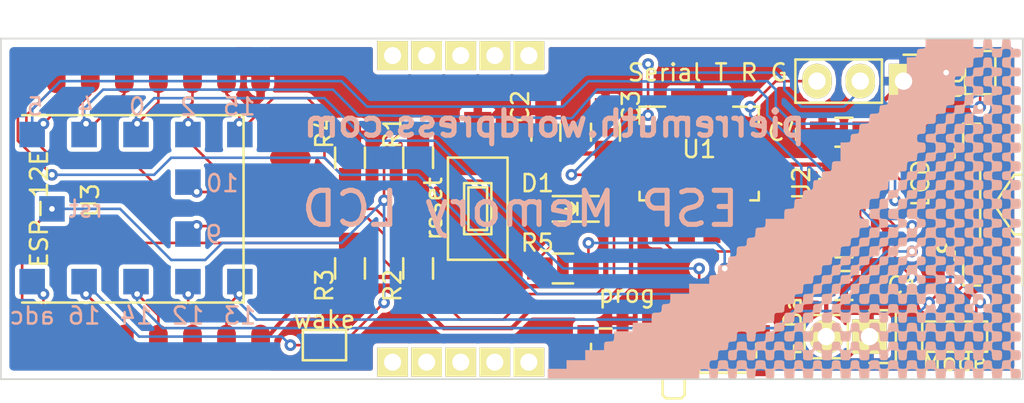
<source format=kicad_pcb>
(kicad_pcb (version 4) (host pcbnew 4.0.1-stable)
  (layers (0 F.Cu signal) (31 B.Cu signal) (34 B.Paste user hide) (35 F.Paste user hide) (36 B.SilkS user) (37 F.SilkS user) (38 B.Mask user) (39 F.Mask user) (44 Edge.Cuts user))
  (net 0 "")
  (net 1 "Net-(C5-Pad1)")
  (net 2 "Net-(C5-Pad2)")
  (net 3 "Net-(P2-Pad2)")
  (net 4 "Net-(P2-Pad3)")
  (net 5 "Net-(P3-Pad1)")
  (net 6 "Net-(P3-Pad2)")
  (net 7 "Net-(R5-Pad2)")
  (net 8 "Net-(SW2-Pad2)")
  (net 9 "Net-(U1-Pad2)")
  (net 10 "Net-(U3-Pad2)")
  (net 11 +BATT)
  (net 12 GND)
  (net 13 +3V3)
  (net 14 +5V)
  (net 15 /MODECOM)
  (net 16 "Net-(GS2-Pad1)")
  (net 17 /RST)
  (net 18 /GPIO2)
  (net 19 /CH_PD)
  (net 20 /GPIO15)
  (net 21 "Net-(D1-Pad1)")
  (net 22 /GPIO0)
  (net 23 /GPIO4)
  (net 24 /GPIO5)
  (net 25 "Net-(U3-Pad9)")
  (net 26 "Net-(U3-Pad10)")
  (net 27 "Net-(U3-Pad11)")
  (net 28 "Net-(U3-Pad12)")
  (net 29 "Net-(U3-Pad13)")
  (net 30 "Net-(U3-Pad14)")
  (net 31 "Net-(U3-Pad6)")
  (net 32 "Net-(GS3-Pad2)")
  (module Socket_Strips:Socket_Strip_Straight_1x02 (layer F.Cu) (at 166 147.5 180)
    (fp_text reference "+ Batt" (at 4.5 1 270) (layer F.SilkS))
    (fp_text value "+ Batt")
    (pad 1 thru_hole rect (at 0 0 180) (size 2.032 2.032) (drill 1.016) (layers *.Cu *.Mask F.SilkS) (net 12 GND))
    (pad 2 thru_hole oval (at 2.54 0 180) (size 2.032 2.032) (drill 1.016) (layers *.Cu *.Mask F.SilkS) (net 11 +BATT))
  )
  (module Switch_SP3T (layer F.Cu) (at 154.5 148)
    (fp_text reference "prog    run" (at 0 -3) (layer F.SilkS))
    (fp_text value "prog    run")
    (pad 1 smd rect (at -3 -1.425) (size 0.7 1.5) (layers F.Cu F.Paste F.Mask) (net 12 GND))
    (pad 2 smd rect (at -1.5 -1.425) (size 0.7 1.5) (layers F.Cu F.Paste F.Mask) (net 8 "Net-(SW2-Pad2)"))
    (pad 3 smd rect (at 1.5 -1.425) (size 0.7 1.5) (layers F.Cu F.Paste F.Mask) (net 22 /GPIO0))
    (pad 4 smd rect (at 3 -1.425) (size 0.7 1.5) (layers F.Cu F.Paste F.Mask) (net 7 "Net-(R5-Pad2)"))
    (pad "" smd rect (at -5.15 1.425) (size 1 0.8) (layers F.Cu F.Paste F.Mask))
    (pad "" smd rect (at 5.15 1.425) (size 1 0.8) (layers F.Cu F.Paste F.Mask))
    (pad "" smd rect (at 5.15 -0.775) (size 1 0.8) (layers F.Cu F.Paste F.Mask))
    (pad "" smd rect (at -5.15 -0.775) (size 1 0.8) (layers F.Cu F.Paste F.Mask))
  )
  (module custom_footprints:ESP-12E (layer F.Cu) (at 116.25 148 90)
    (fp_text reference U3 (at 8.5 4 90) (layer F.SilkS))
    (fp_text value ESP-12E (at 8 1 90) (layer F.SilkS))
    (pad 9 smd oval (at 2.99 15.75 180) (size 2.4 1.1) (layers F.Cu F.Paste F.Mask) (net 25 "Net-(U3-Pad9)"))
    (pad 10 smd oval (at 4.99 15.75 180) (size 2.4 1.1) (layers F.Cu F.Paste F.Mask) (net 26 "Net-(U3-Pad10)"))
    (pad 11 smd oval (at 6.99 15.75 180) (size 2.4 1.1) (layers F.Cu F.Paste F.Mask) (net 27 "Net-(U3-Pad11)"))
    (pad 12 smd oval (at 8.99 15.75 180) (size 2.4 1.1) (layers F.Cu F.Paste F.Mask) (net 28 "Net-(U3-Pad12)"))
    (pad 13 smd oval (at 10.99 15.75 180) (size 2.4 1.1) (layers F.Cu F.Paste F.Mask) (net 29 "Net-(U3-Pad13)"))
    (pad 14 smd oval (at 12.99 15.75 180) (size 2.4 1.1) (layers F.Cu F.Paste F.Mask) (net 30 "Net-(U3-Pad14)"))
    (pad 1 smd rect (at 0 0 90) (size 2.4 1.1) (layers F.Cu F.Paste F.Mask) (net 17 /RST))
    (pad 2 smd oval (at 0 2 90) (size 2.4 1.1) (layers F.Cu F.Paste F.Mask) (net 10 "Net-(U3-Pad2)"))
    (pad 3 smd oval (at 0 4 90) (size 2.4 1.1) (layers F.Cu F.Paste F.Mask) (net 19 /CH_PD))
    (pad 4 smd oval (at 0 6 90) (size 2.4 1.1) (layers F.Cu F.Paste F.Mask) (net 16 "Net-(GS2-Pad1)"))
    (pad 5 smd oval (at 0 8 90) (size 2.4 1.1) (layers F.Cu F.Paste F.Mask) (net 5 "Net-(P3-Pad1)"))
    (pad 6 smd oval (at 0 10 90) (size 2.4 1.1) (layers F.Cu F.Paste F.Mask) (net 31 "Net-(U3-Pad6)"))
    (pad 7 smd oval (at 0 12 90) (size 2.4 1.1) (layers F.Cu F.Paste F.Mask) (net 6 "Net-(P3-Pad2)"))
    (pad 8 smd oval (at 0 14 90) (size 2.4 1.1) (layers F.Cu F.Paste F.Mask) (net 13 +3V3))
    (pad 15 smd oval (at 16 14 90) (size 2.4 1.1) (layers F.Cu F.Paste F.Mask) (net 12 GND))
    (pad 16 smd oval (at 16 12 90) (size 2.4 1.1) (layers F.Cu F.Paste F.Mask) (net 20 /GPIO15))
    (pad 17 smd oval (at 16 10 90) (size 2.4 1.1) (layers F.Cu F.Paste F.Mask) (net 18 /GPIO2))
    (pad 18 smd oval (at 16 8 90) (size 2.4 1.1) (layers F.Cu F.Paste F.Mask) (net 22 /GPIO0))
    (pad 19 smd oval (at 16 6 90) (size 2.4 1.1) (layers F.Cu F.Paste F.Mask) (net 23 /GPIO4))
    (pad 20 smd oval (at 16 4 90) (size 2.4 1.1) (layers F.Cu F.Paste F.Mask) (net 24 /GPIO5))
    (pad 21 smd oval (at 16 2 90) (size 2.4 1.1) (layers F.Cu F.Paste F.Mask) (net 3 "Net-(P2-Pad2)"))
    (pad 22 smd oval (at 16 0 90) (size 2.4 1.1) (layers F.Cu F.Paste F.Mask) (net 4 "Net-(P2-Pad3)"))
  )
  (module Capacitors_SMD:C_0805_HandSoldering (layer F.Cu) (at 164.5 144.5)
    (fp_text reference C1 (at 3.5 0) (layer F.SilkS))
    (fp_text value 2.2uF)
    (pad 1 smd rect (at -1.25 0) (size 1.5 1.25) (layers F.Cu F.Paste F.Mask) (net 11 +BATT))
    (pad 2 smd rect (at 1.25 0) (size 1.5 1.25) (layers F.Cu F.Paste F.Mask) (net 12 GND))
  )
  (module Capacitors_SMD:C_0805_HandSoldering (layer F.Cu) (at 147 135.5 90)
    (fp_text reference C2 (at 1.5 -1.5 90) (layer F.SilkS))
    (fp_text value 2.2uF)
    (pad 1 smd rect (at -1.25 0 90) (size 1.5 1.25) (layers F.Cu F.Paste F.Mask) (net 13 +3V3))
    (pad 2 smd rect (at 1.25 0 90) (size 1.5 1.25) (layers F.Cu F.Paste F.Mask) (net 12 GND))
  )
  (module Capacitors_SMD:C_0805_HandSoldering (layer F.Cu) (at 150.5 135.5 90)
    (fp_text reference C3 (at 1.5 1.5 90) (layer F.SilkS))
    (fp_text value 1uF)
    (pad 1 smd rect (at -1.25 0 90) (size 1.5 1.25) (layers F.Cu F.Paste F.Mask) (net 13 +3V3))
    (pad 2 smd rect (at 1.25 0 90) (size 1.5 1.25) (layers F.Cu F.Paste F.Mask) (net 12 GND))
  )
  (module Capacitors_SMD:C_0805_HandSoldering (layer F.Cu) (at 164.5 135.5 180)
    (fp_text reference C4 (at 3.5 0 180) (layer F.SilkS))
    (fp_text value 2.2uF)
    (pad 1 smd rect (at -1.25 0 180) (size 1.5 1.25) (layers F.Cu F.Paste F.Mask) (net 14 +5V))
    (pad 2 smd rect (at 1.25 0 180) (size 1.5 1.25) (layers F.Cu F.Paste F.Mask) (net 12 GND))
  )
  (module Capacitors_SMD:C_0805_HandSoldering (layer F.Cu) (at 164.5 142 180)
    (fp_text reference C5 (at 3.5 0 180) (layer F.SilkS))
    (fp_text value 0.22uF)
    (pad 1 smd rect (at -1.25 0 180) (size 1.5 1.25) (layers F.Cu F.Paste F.Mask) (net 1 "Net-(C5-Pad1)"))
    (pad 2 smd rect (at 1.25 0 180) (size 1.5 1.25) (layers F.Cu F.Paste F.Mask) (net 2 "Net-(C5-Pad2)"))
  )
  (module LEDs:LED_0805 (layer F.Cu) (at 148.5 140 180)
    (fp_text reference D1 (at 2 1.5 180) (layer F.SilkS))
    (fp_text value Red)
    (pad 2 smd rect (at 1.04902 0) (size 1.19888 1.19888) (layers F.Cu F.Paste F.Mask) (net 13 +3V3))
    (pad 1 smd rect (at -1.04902 0) (size 1.19888 1.19888) (layers F.Cu F.Paste F.Mask) (net 21 "Net-(D1-Pad1)"))
  )
  (module GS3 (layer F.Cu) (at 171 147.5 90)
    (fp_text reference Mode (at -1.5 0 180) (layer F.SilkS))
    (fp_text value Mode)
    (pad 1 smd rect (at 0 -1.27 90) (size 1.27 0.9652) (layers F.Cu F.Paste F.Mask) (net 12 GND))
    (pad 2 smd rect (at 0 0 90) (size 1.27 0.9652) (layers F.Cu F.Paste F.Mask) (net 15 /MODECOM))
    (pad 3 smd rect (at 0 1.27 90) (size 1.27 0.9652) (layers F.Cu F.Paste F.Mask) (net 14 +5V))
  )
  (module GS2 (layer F.Cu) (at 134 148 90)
    (fp_text reference wake (at 1.5 0 180) (layer F.SilkS))
    (fp_text value wake)
    (pad 1 smd rect (at 0 -0.635 90) (size 1.27 0.9652) (layers F.Cu F.Paste F.Mask) (net 16 "Net-(GS2-Pad1)"))
    (pad 2 smd rect (at 0 0.635 90) (size 1.27 0.9652) (layers F.Cu F.Paste F.Mask) (net 17 /RST))
  )
  (module GS2 (layer F.Cu) (at 172.5 132)
    (fp_text reference com (at -1.5 0 90) (layer F.SilkS))
    (fp_text value com)
    (pad 1 smd rect (at 0 -0.635) (size 1.27 0.9652) (layers F.Cu F.Paste F.Mask) (net 24 /GPIO5))
    (pad 2 smd rect (at 0 0.635) (size 1.27 0.9652) (layers F.Cu F.Paste F.Mask) (net 32 "Net-(GS3-Pad2)"))
  )
  (module Socket_Strips:Socket_Strip_Straight_1x03 (layer F.Cu) (at 168 132.5 180)
    (fp_text reference "Serial T R G" (at 11.5 0.5 180) (layer F.SilkS))
    (fp_text value "Serial T R G")
    (pad 1 thru_hole rect (at 0 0 180) (size 1.7272 2.032) (drill 1.016) (layers *.Cu *.Mask F.SilkS) (net 12 GND))
    (pad 2 thru_hole oval (at 2.54 0 180) (size 1.7272 2.032) (drill 1.016) (layers *.Cu *.Mask F.SilkS) (net 3 "Net-(P2-Pad2)"))
    (pad 3 thru_hole oval (at 5.08 0 180) (size 1.7272 2.032) (drill 1.016) (layers *.Cu *.Mask F.SilkS) (net 4 "Net-(P2-Pad3)"))
  )
  (module custom_footprints:10pins_0.5mm_PITCH_connector_FPC (layer F.Cu) (at 172.5 140 180)
    (fp_text reference LCD (at 3.5 1.5 270) (layer F.SilkS))
    (fp_text value Sharp_Memory_LCD)
    (pad "" smd rect (at -1.5 4 180) (size 1.5 1.5) (drill (offset 0.25 0.25)) (layers F.Cu F.Paste F.Mask))
    (pad 1 smd rect (at 1.75 -2 180) (size 1.5 0.25) (layers F.Cu F.Paste F.Mask) (net 5 "Net-(P3-Pad1)"))
    (pad 2 smd rect (at 1.75 -1.5 180) (size 1.5 0.25) (layers F.Cu F.Paste F.Mask) (net 6 "Net-(P3-Pad2)"))
    (pad 3 smd rect (at 1.75 -1 180) (size 1.5 0.25) (layers F.Cu F.Paste F.Mask) (net 23 /GPIO4))
    (pad 4 smd rect (at 1.75 -0.5 180) (size 1.5 0.25) (layers F.Cu F.Paste F.Mask) (net 32 "Net-(GS3-Pad2)"))
    (pad 5 smd rect (at 1.75 0 180) (size 1.5 0.25) (layers F.Cu F.Paste F.Mask) (net 14 +5V))
    (pad 6 smd rect (at 1.75 0.5 180) (size 1.5 0.25) (layers F.Cu F.Paste F.Mask) (net 14 +5V))
    (pad 7 smd rect (at 1.75 1 180) (size 1.5 0.25) (layers F.Cu F.Paste F.Mask) (net 14 +5V))
    (pad 8 smd rect (at 1.75 1.5 180) (size 1.5 0.25) (layers F.Cu F.Paste F.Mask) (net 15 /MODECOM))
    (pad 9 smd rect (at 1.75 2 180) (size 1.5 0.25) (layers F.Cu F.Paste F.Mask) (net 12 GND))
    (pad 10 smd rect (at 1.75 2.5 180) (size 1.5 0.25) (layers F.Cu F.Paste F.Mask) (net 12 GND))
    (pad "" smd rect (at -1.5 -4 180) (size 1.5 1.5) (drill (offset 0.25 0.25)) (layers F.Cu F.Paste F.Mask))
  )
  (module Resistors_SMD:R_0805_HandSoldering (layer F.Cu) (at 139.5 137 90)
    (fp_text reference R1 (at 1.5 -1.5 90) (layer F.SilkS))
    (fp_text value 10K)
    (pad 1 smd rect (at -1.35 0 90) (size 1.5 1.3) (layers F.Cu F.Paste F.Mask) (net 13 +3V3))
    (pad 2 smd rect (at 1.35 0 90) (size 1.5 1.3) (layers F.Cu F.Paste F.Mask) (net 17 /RST))
  )
  (module Resistors_SMD:R_0805_HandSoldering (layer F.Cu) (at 139.5 143.5 90)
    (fp_text reference R2 (at -1 -1.5 90) (layer F.SilkS))
    (fp_text value 10K)
    (pad 1 smd rect (at -1.35 0 90) (size 1.5 1.3) (layers F.Cu F.Paste F.Mask) (net 13 +3V3))
    (pad 2 smd rect (at 1.35 0 90) (size 1.5 1.3) (layers F.Cu F.Paste F.Mask) (net 18 /GPIO2))
  )
  (module Resistors_SMD:R_0805_HandSoldering (layer F.Cu) (at 135.5 143.5 90)
    (fp_text reference R3 (at -1 -1.5 90) (layer F.SilkS))
    (fp_text value 10K)
    (pad 1 smd rect (at -1.35 0 90) (size 1.5 1.3) (layers F.Cu F.Paste F.Mask) (net 13 +3V3))
    (pad 2 smd rect (at 1.35 0 90) (size 1.5 1.3) (layers F.Cu F.Paste F.Mask) (net 19 /CH_PD))
  )
  (module Resistors_SMD:R_0805_HandSoldering (layer F.Cu) (at 135.5 137 90)
    (fp_text reference R4 (at 1.5 -1.5 90) (layer F.SilkS))
    (fp_text value 10K)
    (pad 1 smd rect (at -1.35 0 90) (size 1.5 1.3) (layers F.Cu F.Paste F.Mask) (net 20 /GPIO15))
    (pad 2 smd rect (at 1.35 0 90) (size 1.5 1.3) (layers F.Cu F.Paste F.Mask) (net 12 GND))
  )
  (module Resistors_SMD:R_0805_HandSoldering (layer F.Cu) (at 148 143.5)
    (fp_text reference R5 (at -1.5 -1.5) (layer F.SilkS))
    (fp_text value 1K)
    (pad 1 smd rect (at -1.35 0) (size 1.5 1.3) (layers F.Cu F.Paste F.Mask) (net 21 "Net-(D1-Pad1)"))
    (pad 2 smd rect (at 1.35 0) (size 1.5 1.3) (layers F.Cu F.Paste F.Mask) (net 7 "Net-(R5-Pad2)"))
  )
  (module Buttons_Switches_SMD:SW_SPST_FSMSM (layer F.Cu) (at 143 140 90)
    (fp_text reference reset (at 0.01011 -2.60022 90) (layer F.SilkS))
    (fp_text value Reset)
    (pad 1 smd rect (at -4.60243 -0.00232 90) (size 2.18 1.6) (layers F.Cu F.Paste F.Mask) (net 17 /RST))
    (pad 2 smd rect (at 4.60243 0.00232 90) (size 2.18 1.6) (layers F.Cu F.Paste F.Mask) (net 12 GND))
  )
  (module custom_footprints:SOT-223-5 (layer F.Cu) (at 156 138)
    (fp_text reference U1 (at 0 -1.5) (layer F.SilkS))
    (fp_text value LP38692)
    (pad 4 smd rect (at 2.25 3) (size 1 2) (layers F.Cu F.Paste F.Mask) (net 11 +BATT))
    (pad 5 smd rect (at 0 -4) (size 3.3 2) (layers F.Cu F.Paste F.Mask) (net 12 GND))
    (pad 2 smd rect (at -0.75 3) (size 1 2) (layers F.Cu F.Paste F.Mask) (net 9 "Net-(U1-Pad2)"))
    (pad 3 smd rect (at 0.75 3) (size 1 2) (layers F.Cu F.Paste F.Mask) (net 13 +3V3))
    (pad 1 smd rect (at -2.25 3) (size 1 2) (layers F.Cu F.Paste F.Mask) (net 11 +BATT))
  )
  (module TO_SOT_Packages_SMD:SOT-23-6 (layer F.Cu) (at 164.5 138.5 270)
    (fp_text reference U2 (at 0 2.5 270) (layer F.SilkS))
    (fp_text value REG710)
    (pad 1 smd rect (at -1.1 -0.95 270) (size 1.06 0.65) (layers F.Cu F.Paste F.Mask) (net 14 +5V))
    (pad 2 smd rect (at -1.1 0 270) (size 1.06 0.65) (layers F.Cu F.Paste F.Mask) (net 12 GND))
    (pad 3 smd rect (at -1.1 0.95 270) (size 1.06 0.65) (layers F.Cu F.Paste F.Mask) (net 13 +3V3))
    (pad 4 smd rect (at 1.1 0.95 270) (size 1.06 0.65) (layers F.Cu F.Paste F.Mask) (net 2 "Net-(C5-Pad2)"))
    (pad 6 smd rect (at 1.1 -0.95 270) (size 1.06 0.65) (layers F.Cu F.Paste F.Mask) (net 1 "Net-(C5-Pad1)"))
    (pad 5 smd rect (at 1.1 0 270) (size 1.06 0.65) (layers F.Cu F.Paste F.Mask) (net 13 +3V3))
  )
  (module Measurement_Points:Measurement_Point_Square-SMD-Pad_Small (layer B.Cu) (at 119.888 144.272)
    (fp_text reference 16 (at 0 2) (layer B.SilkS) (effects (justify mirror)))
    (fp_text value G16)
    (pad 1 smd rect (at 0 0) (size 1.5 1.5) (layers B.Cu B.Mask) (net 16 "Net-(GS2-Pad1)"))
  )
  (module Measurement_Points:Measurement_Point_Square-SMD-Pad_Small (layer B.Cu) (at 129.032 135.636)
    (fp_text reference 15 (at -0.032 -1.636) (layer B.SilkS) (effects (justify mirror)))
    (fp_text value G15)
    (pad 1 smd rect (at 0 0) (size 1.5 1.5) (layers B.Cu B.Mask) (net 20 /GPIO15))
  )
  (module Measurement_Points:Measurement_Point_Square-SMD-Pad_Small (layer B.Cu) (at 125.984 138.43)
    (fp_text reference 10 (at 2.016 0.07) (layer B.SilkS) (effects (justify mirror)))
    (fp_text value G10)
    (pad 1 smd rect (at 0 0) (size 1.5 1.5) (layers B.Cu B.Mask) (net 28 "Net-(U3-Pad12)"))
  )
  (module Measurement_Points:Measurement_Point_Square-SMD-Pad_Small (layer B.Cu) (at 125.984 141.478)
    (fp_text reference 9 (at 1.516 0.022) (layer B.SilkS) (effects (justify mirror)))
    (fp_text value G9)
    (pad 1 smd rect (at 0 0) (size 1.5 1.5) (layers B.Cu B.Mask) (net 27 "Net-(U3-Pad11)"))
  )
  (module Measurement_Points:Measurement_Point_Square-SMD-Pad_Small (layer B.Cu) (at 125.984 135.636)
    (fp_text reference 2 (at 0.016 -1.636) (layer B.SilkS) (effects (justify mirror)))
    (fp_text value G2)
    (pad 1 smd rect (at 0 0) (size 1.5 1.5) (layers B.Cu B.Mask) (net 18 /GPIO2))
  )
  (module Measurement_Points:Measurement_Point_Square-SMD-Pad_Small (layer B.Cu) (at 122.936 135.636)
    (fp_text reference 0 (at 0.064 -1.636) (layer B.SilkS) (effects (justify mirror)))
    (fp_text value G0)
    (pad 1 smd rect (at 0 0) (size 1.5 1.5) (layers B.Cu B.Mask) (net 22 /GPIO0))
  )
  (module Measurement_Points:Measurement_Point_Square-SMD-Pad_Small (layer B.Cu) (at 119.888 135.636)
    (fp_text reference 4 (at 0.112 -1.636) (layer B.SilkS) (effects (justify mirror)))
    (fp_text value G4)
    (pad 1 smd rect (at 0 0) (size 1.5 1.5) (layers B.Cu B.Mask) (net 23 /GPIO4))
  )
  (module Measurement_Points:Measurement_Point_Square-SMD-Pad_Small (layer B.Cu) (at 129.032 144.272)
    (fp_text reference 13 (at 0 2) (layer B.SilkS) (effects (justify mirror)))
    (fp_text value G13)
    (pad 1 smd rect (at 0 0) (size 1.5 1.5) (layers B.Cu B.Mask) (net 6 "Net-(P3-Pad2)"))
  )
  (module Measurement_Points:Measurement_Point_Square-SMD-Pad_Small (layer B.Cu) (at 122.936 144.272)
    (fp_text reference 14 (at 0 2) (layer B.SilkS) (effects (justify mirror)))
    (fp_text value G14)
    (pad 1 smd rect (at 0 0) (size 1.5 1.5) (layers B.Cu B.Mask) (net 5 "Net-(P3-Pad1)"))
  )
  (module Measurement_Points:Measurement_Point_Square-SMD-Pad_Small (layer B.Cu) (at 116.84 135.636)
    (fp_text reference 5 (at 0.16 -1.636) (layer B.SilkS) (effects (justify mirror)))
    (fp_text value G5)
    (pad 1 smd rect (at 0 0) (size 1.5 1.5) (layers B.Cu B.Mask) (net 24 /GPIO5))
  )
  (module Measurement_Points:Measurement_Point_Square-SMD-Pad_Small (layer B.Cu) (at 118 140)
    (fp_text reference rst (at 2 0) (layer B.SilkS) (effects (justify mirror)))
    (fp_text value RST)
    (pad 1 smd rect (at 0 0) (size 1.5 1.5) (layers B.Cu B.Mask) (net 17 /RST))
  )
  (module Measurement_Points:Measurement_Point_Square-SMD-Pad_Small (layer B.Cu) (at 116.84 144.272)
    (fp_text reference adc (at 0 2) (layer B.SilkS) (effects (justify mirror)))
    (fp_text value ADC)
    (pad 1 smd rect (at 0 0) (size 1.5 1.5) (layers B.Cu B.Mask) (net 10 "Net-(U3-Pad2)"))
  )
  (module Measurement_Points:Measurement_Point_Square-SMD-Pad_Small (layer B.Cu) (at 125.984 144.272)
    (fp_text reference 12 (at 0 2) (layer B.SilkS) (effects (justify mirror)))
    (fp_text value G12)
    (pad 1 smd rect (at 0 0) (size 1.5 1.5) (layers B.Cu B.Mask) (net 31 "Net-(U3-Pad6)"))
  )
  (module custom_footprints:BoardSolderSquare (layer F.Cu) (at 138 131)
    (fp_text reference "" (at 0 -3) (layer F.SilkS))
    (fp_text value "" hide)
    (pad "" thru_hole rect (at 0 0) (size 1.8 1.7) (drill 1) (layers *.Cu *.Mask F.SilkS))
  )
  (module custom_footprints:BoardSolderSquare (layer F.Cu) (at 140 131)
    (fp_text reference "" (at 0 -3) (layer F.SilkS))
    (fp_text value "" hide)
    (pad "" thru_hole rect (at 0 0) (size 1.8 1.7) (drill 1) (layers *.Cu *.Mask F.SilkS))
  )
  (module custom_footprints:BoardSolderSquare (layer F.Cu) (at 142 131)
    (fp_text reference "" (at 0 -3) (layer F.SilkS))
    (fp_text value "" hide)
    (pad "" thru_hole rect (at 0 0) (size 1.8 1.7) (drill 1) (layers *.Cu *.Mask F.SilkS))
  )
  (module custom_footprints:BoardSolderSquare (layer F.Cu) (at 144 131)
    (fp_text reference "" (at 0 -3) (layer F.SilkS))
    (fp_text value "" hide)
    (pad "" thru_hole rect (at 0 0) (size 1.8 1.7) (drill 1) (layers *.Cu *.Mask F.SilkS))
  )
  (module custom_footprints:BoardSolderSquare (layer F.Cu) (at 146 131)
    (fp_text reference "" (at 0 -3) (layer F.SilkS))
    (fp_text value "" hide)
    (pad "" thru_hole rect (at 0 0) (size 1.8 1.7) (drill 1) (layers *.Cu *.Mask F.SilkS))
  )
  (module custom_footprints:BoardSolderSquare (layer F.Cu) (at 146 149)
    (fp_text reference "" (at 0 -3) (layer F.SilkS))
    (fp_text value "" hide)
    (pad "" thru_hole rect (at 0 0) (size 1.8 1.7) (drill 1) (layers *.Cu *.Mask F.SilkS))
  )
  (module custom_footprints:BoardSolderSquare (layer F.Cu) (at 144 149)
    (fp_text reference "" (at 0 -3) (layer F.SilkS))
    (fp_text value "" hide)
    (pad "" thru_hole rect (at 0 0) (size 1.8 1.7) (drill 1) (layers *.Cu *.Mask F.SilkS))
  )
  (module custom_footprints:BoardSolderSquare (layer F.Cu) (at 142 149)
    (fp_text reference "" (at 0 -3) (layer F.SilkS))
    (fp_text value "" hide)
    (pad "" thru_hole rect (at 0 0) (size 1.8 1.7) (drill 1) (layers *.Cu *.Mask F.SilkS))
  )
  (module custom_footprints:BoardSolderSquare (layer F.Cu) (at 140 149)
    (fp_text reference "" (at 0 -3) (layer F.SilkS))
    (fp_text value "" hide)
    (pad "" thru_hole rect (at 0 0) (size 1.8 1.7) (drill 1) (layers *.Cu *.Mask F.SilkS))
  )
  (module custom_footprints:BoardSolderSquare (layer F.Cu) (at 138 149)
    (fp_text reference "" (at 0 -3) (layer F.SilkS))
    (fp_text value "" hide)
    (pad "" thru_hole rect (at 0 0) (size 1.8 1.7) (drill 1) (layers *.Cu *.Mask F.SilkS))
  )
  (module custom_footprints:LOGO (layer B.Cu) (at 161 140)
    (fp_text reference "" hide)
    (fp_text value LOGO hide)
  )
  (gr_circle (center 170.25 142.25) (end 170.25 142) (layer F.SilkS) (width 0.2))
  (gr_text pierremuth.wordpress.com (at 147.5 135) (layer B.SilkS) (effects (font (size 1.5 1.5) (thickness 0.3)) (justify mirror)))
  (gr_text "ESP Memory LCD" (at 145.5 140) (layer B.SilkS) (effects (font (size 2 2) (thickness 0.3)) (justify mirror)))
  (gr_line (start 175 150) (end 115 150) (angle 90) (layer Edge.Cuts) (width 0.1))
  (gr_line (start 175 130) (end 115 130) (angle 90) (layer Edge.Cuts) (width 0.1))
  (gr_line (start 175 150) (end 175 130) (angle 90) (layer Edge.Cuts) (width 0.1))
  (gr_line (start 115 130) (end 115 150) (angle 90) (layer Edge.Cuts) (width 0.1))
  (segment (start 165.45 139.6) (end 165.45 140.45) (width 0.1524) (layer F.Cu) (net 1))
  (segment (start 165.75 140.75) (end 165.75 142) (width 0.1524) (layer F.Cu) (net 1))
  (segment (start 165.45 140.45) (end 165.75 140.75) (width 0.1524) (layer F.Cu) (net 1))
  (segment (start 163.55 139.6) (end 163.55 140.45) (width 0.1524) (layer F.Cu) (net 2))
  (segment (start 163.25 140.75) (end 163.25 142) (width 0.1524) (layer F.Cu) (net 2))
  (segment (start 163.55 140.45) (end 163.25 140.75) (width 0.1524) (layer F.Cu) (net 2))
  (segment (start 165.46 132.5) (end 165.46 133.04) (width 0.1524) (layer B.Cu) (net 3))
  (segment (start 148.5 138) (end 152 134.5) (width 0.1524) (layer B.Cu) (net 3))
  (segment (start 152 134.5) (end 153 134.5) (width 0.1524) (layer B.Cu) (net 3))
  (via (at 153 134.5) (size 0.6858) (drill 0.3302) (layers F.Cu B.Cu) (net 3))
  (segment (start 142 146.5) (end 144.5 146.5) (width 0.1524) (layer F.Cu) (net 3))
  (segment (start 144.5 146.5) (end 146 145) (width 0.1524) (layer F.Cu) (net 3))
  (segment (start 146 145) (end 150 145) (width 0.1524) (layer F.Cu) (net 3))
  (segment (start 150 145) (end 151 144) (width 0.1524) (layer F.Cu) (net 3))
  (segment (start 151 144) (end 151 139) (width 0.1524) (layer F.Cu) (net 3))
  (segment (start 151 139) (end 150 138) (width 0.1524) (layer F.Cu) (net 3))
  (segment (start 150 138) (end 148.5 138) (width 0.1524) (layer F.Cu) (net 3))
  (segment (start 116.5 134.5) (end 118.25 132.75) (width 0.1524) (layer F.Cu) (net 3))
  (segment (start 116.5 134.5) (end 116.5 135.5) (width 0.1524) (layer F.Cu) (net 3))
  (segment (start 116.5 135.5) (end 118 137) (width 0.1524) (layer F.Cu) (net 3))
  (segment (start 118 137) (end 122.5 137) (width 0.1524) (layer F.Cu) (net 3))
  (segment (start 122.5 137) (end 125.5 140) (width 0.1524) (layer F.Cu) (net 3))
  (segment (start 125.5 140) (end 133.5 140) (width 0.1524) (layer F.Cu) (net 3))
  (segment (start 133.5 140) (end 134 140.5) (width 0.1524) (layer F.Cu) (net 3))
  (segment (start 134 140.5) (end 136.5 140.5) (width 0.1524) (layer F.Cu) (net 3))
  (segment (start 136.5 140.5) (end 137.5 141.5) (width 0.1524) (layer F.Cu) (net 3))
  (segment (start 137.5 141.5) (end 137.5 143) (width 0.1524) (layer F.Cu) (net 3))
  (segment (start 137.5 143) (end 138 143.5) (width 0.1524) (layer F.Cu) (net 3))
  (segment (start 138 143.5) (end 140.5 143.5) (width 0.1524) (layer F.Cu) (net 3))
  (segment (start 140.5 143.5) (end 141 144) (width 0.1524) (layer F.Cu) (net 3))
  (segment (start 141 144) (end 141 145.5) (width 0.1524) (layer F.Cu) (net 3))
  (segment (start 141 145.5) (end 142 146.5) (width 0.1524) (layer F.Cu) (net 3))
  (via (at 148.5 138) (size 0.6858) (drill 0.3302) (layers F.Cu B.Cu) (net 3))
  (segment (start 153 131.5) (end 153 134.5) (width 0.1524) (layer F.Cu) (net 3))
  (via (at 153 131.5) (size 0.6858) (drill 0.3302) (layers F.Cu B.Cu) (net 3))
  (segment (start 160.5 132) (end 153.5 132) (width 0.1524) (layer B.Cu) (net 3))
  (segment (start 153.5 132) (end 153 131.5) (width 0.1524) (layer B.Cu) (net 3))
  (segment (start 161 132.5) (end 160.5 132) (width 0.1524) (layer B.Cu) (net 3))
  (segment (start 161 133) (end 161 132.5) (width 0.1524) (layer B.Cu) (net 3))
  (segment (start 162 134) (end 161 133) (width 0.1524) (layer B.Cu) (net 3))
  (segment (start 164.5 134) (end 162 134) (width 0.1524) (layer B.Cu) (net 3))
  (segment (start 165.46 133.04) (end 164.5 134) (width 0.1524) (layer B.Cu) (net 3))
  (segment (start 118.25 132) (end 118.25 132.75) (width 0.1524) (layer F.Cu) (net 3))
  (segment (start 165.46 132.5) (end 165.46 133.04) (width 0.1524) (layer B.Cu) (net 3))
  (segment (start 116.25 132) (end 116.25 133.75) (width 0.1524) (layer F.Cu) (net 4))
  (via (at 118 138) (size 0.6858) (drill 0.3302) (layers F.Cu B.Cu) (net 4))
  (segment (start 118 138) (end 124 138) (width 0.1524) (layer B.Cu) (net 4))
  (segment (start 124 138) (end 125 137) (width 0.1524) (layer B.Cu) (net 4))
  (segment (start 125 137) (end 134 137) (width 0.1524) (layer B.Cu) (net 4))
  (segment (start 134 137) (end 135 138) (width 0.1524) (layer B.Cu) (net 4))
  (segment (start 135 138) (end 139.5 138) (width 0.1524) (layer B.Cu) (net 4))
  (segment (start 139.5 138) (end 146.5 145) (width 0.1524) (layer B.Cu) (net 4))
  (segment (start 146.5 145) (end 159.5 145) (width 0.1524) (layer B.Cu) (net 4))
  (segment (start 159.5 145) (end 162 142.5) (width 0.1524) (layer B.Cu) (net 4))
  (segment (start 162 142.5) (end 162 137.5) (width 0.1524) (layer B.Cu) (net 4))
  (segment (start 159 134.5) (end 159 134) (width 0.1524) (layer B.Cu) (net 4))
  (segment (start 162 137.5) (end 159 134.5) (width 0.1524) (layer B.Cu) (net 4))
  (via (at 159 134) (size 0.6858) (drill 0.3302) (layers F.Cu B.Cu) (net 4))
  (segment (start 159 134) (end 160.5 132.5) (width 0.1524) (layer F.Cu) (net 4))
  (segment (start 160.5 132.5) (end 162.92 132.5) (width 0.1524) (layer F.Cu) (net 4))
  (segment (start 116 136) (end 118 138) (width 0.1524) (layer F.Cu) (net 4))
  (segment (start 116 134) (end 116 136) (width 0.1524) (layer F.Cu) (net 4))
  (segment (start 116.25 133.75) (end 116 134) (width 0.1524) (layer F.Cu) (net 4))
  (segment (start 124.25 148) (end 124.25 146.25) (width 0.1524) (layer F.Cu) (net 5))
  (segment (start 123 145) (end 122.936 144.936) (width 0.1524) (layer B.Cu) (net 5))
  (via (at 123 145) (size 0.6858) (drill 0.3302) (layers F.Cu B.Cu) (net 5))
  (segment (start 124.25 146.25) (end 123 145) (width 0.1524) (layer F.Cu) (net 5))
  (segment (start 122.936 144.936) (end 122.936 144.272) (width 0.1524) (layer B.Cu) (net 5))
  (segment (start 170.75 142) (end 170.75 144.25) (width 0.1524) (layer F.Cu) (net 5))
  (segment (start 123 145.5) (end 123 144.336) (width 0.1524) (layer B.Cu) (net 5))
  (segment (start 124.5 147) (end 123 145.5) (width 0.1524) (layer B.Cu) (net 5))
  (segment (start 160.5 147) (end 124.5 147) (width 0.1524) (layer B.Cu) (net 5))
  (segment (start 161.5 146) (end 160.5 147) (width 0.1524) (layer B.Cu) (net 5))
  (segment (start 169 146) (end 161.5 146) (width 0.1524) (layer B.Cu) (net 5))
  (segment (start 169.5 145.5) (end 169 146) (width 0.1524) (layer B.Cu) (net 5))
  (via (at 169.5 145.5) (size 0.6858) (drill 0.3302) (layers F.Cu B.Cu) (net 5))
  (segment (start 170.75 144.25) (end 169.5 145.5) (width 0.1524) (layer F.Cu) (net 5))
  (segment (start 123 144.336) (end 122.936 144.272) (width 0.1524) (layer B.Cu) (net 5))
  (segment (start 128.25 148) (end 128.25 145.75) (width 0.1524) (layer F.Cu) (net 6))
  (segment (start 129 145) (end 129.032 144.968) (width 0.1524) (layer B.Cu) (net 6))
  (via (at 129 145) (size 0.6858) (drill 0.3302) (layers F.Cu B.Cu) (net 6))
  (segment (start 128.25 145.75) (end 129 145) (width 0.1524) (layer F.Cu) (net 6))
  (segment (start 129.032 144.968) (end 129.032 144.272) (width 0.1524) (layer B.Cu) (net 6))
  (segment (start 170.75 141.5) (end 169.5 141.5) (width 0.1524) (layer F.Cu) (net 6))
  (segment (start 129.032 145.532) (end 129.032 144.272) (width 0.1524) (layer B.Cu) (net 6))
  (segment (start 130 146.5) (end 129.032 145.532) (width 0.1524) (layer B.Cu) (net 6))
  (segment (start 160 146.5) (end 130 146.5) (width 0.1524) (layer B.Cu) (net 6))
  (segment (start 161 145.5) (end 160 146.5) (width 0.1524) (layer B.Cu) (net 6))
  (segment (start 164 145.5) (end 161 145.5) (width 0.1524) (layer B.Cu) (net 6))
  (segment (start 168.5 142.5) (end 167 142.5) (width 0.1524) (layer B.Cu) (net 6))
  (segment (start 167 142.5) (end 164 145.5) (width 0.1524) (layer B.Cu) (net 6))
  (via (at 168.5 142.5) (size 0.6858) (drill 0.3302) (layers F.Cu B.Cu) (net 6))
  (segment (start 169.5 141.5) (end 168.5 142.5) (width 0.1524) (layer F.Cu) (net 6))
  (segment (start 157.5 146.575) (end 157.5 143.5) (width 0.1524) (layer F.Cu) (net 7))
  (segment (start 149.5 142) (end 149.5 143.5) (width 0.1524) (layer F.Cu) (net 7))
  (via (at 149.5 142) (size 0.6858) (drill 0.3302) (layers F.Cu B.Cu) (net 7))
  (segment (start 157.5 142.5) (end 157 142) (width 0.1524) (layer B.Cu) (net 7))
  (segment (start 157 142) (end 151 142) (width 0.1524) (layer B.Cu) (net 7))
  (segment (start 151 142) (end 149.5 142) (width 0.1524) (layer B.Cu) (net 7))
  (segment (start 157.5 143.5) (end 157.5 142.5) (width 0.1524) (layer B.Cu) (net 7))
  (via (at 157.5 143.5) (size 0.6858) (drill 0.3302) (layers F.Cu B.Cu) (net 7))
  (segment (start 149.5 143.5) (end 149.35 143.5) (width 0.1524) (layer F.Cu) (net 7))
  (segment (start 118.25 148) (end 118.25 146.75) (width 0.1524) (layer F.Cu) (net 10))
  (segment (start 117.5 145) (end 117.34 144.84) (width 0.1524) (layer B.Cu) (net 10))
  (via (at 117.5 145) (size 0.6858) (drill 0.3302) (layers F.Cu B.Cu) (net 10))
  (segment (start 117.5 146) (end 117.5 145) (width 0.1524) (layer F.Cu) (net 10))
  (segment (start 118.25 146.75) (end 117.5 146) (width 0.1524) (layer F.Cu) (net 10))
  (segment (start 117.34 144.84) (end 116.84 144.272) (width 0.1524) (layer B.Cu) (net 10))
  (segment (start 153.75 141) (end 153.75 141.75) (width 0.1524) (layer F.Cu) (net 11))
  (segment (start 153.75 141.75) (end 154.5 142.5) (width 0.1524) (layer F.Cu) (net 11))
  (segment (start 154.5 142.5) (end 158 142.5) (width 0.1524) (layer F.Cu) (net 11))
  (segment (start 154 141.25) (end 153.75 141) (width 0.1524) (layer F.Cu) (net 11))
  (segment (start 163.25 144.5) (end 159.5 144.5) (width 0.254) (layer F.Cu) (net 11))
  (segment (start 158 143) (end 158 142.5) (width 0.254) (layer F.Cu) (net 11))
  (segment (start 158 142.5) (end 158 141.25) (width 0.254) (layer F.Cu) (net 11))
  (segment (start 159.5 144.5) (end 158 143) (width 0.254) (layer F.Cu) (net 11))
  (segment (start 158 141.25) (end 158.25 141) (width 0.254) (layer F.Cu) (net 11))
  (segment (start 163.46 147.5) (end 163.46 144.71) (width 0.254) (layer F.Cu) (net 11))
  (segment (start 163.46 144.71) (end 163.25 144.5) (width 0.254) (layer F.Cu) (net 11))
  (segment (start 150.5 134.25) (end 151.75 134.25) (width 0.254) (layer F.Cu) (net 12))
  (segment (start 152.5 136) (end 154 136) (width 0.254) (layer F.Cu) (net 12))
  (segment (start 154 136) (end 156 134) (width 0.254) (layer F.Cu) (net 12))
  (segment (start 152 135.5) (end 152.5 136) (width 0.254) (layer F.Cu) (net 12))
  (segment (start 152 134.5) (end 152 135.5) (width 0.254) (layer F.Cu) (net 12))
  (segment (start 151.75 134.25) (end 152 134.5) (width 0.254) (layer F.Cu) (net 12))
  (segment (start 164.5 137.4) (end 164.5 136.5) (width 0.254) (layer F.Cu) (net 12))
  (segment (start 164.5 136) (end 164 135.5) (width 0.254) (layer F.Cu) (net 12))
  (segment (start 164.5 136.5) (end 164.5 136) (width 0.254) (layer F.Cu) (net 12))
  (segment (start 164 135.5) (end 163.25 135.5) (width 0.254) (layer F.Cu) (net 12))
  (segment (start 170.75 137.5) (end 169.5 137.5) (width 0.1524) (layer F.Cu) (net 12))
  (segment (start 169.5 137.5) (end 169 137) (width 0.1524) (layer F.Cu) (net 12))
  (segment (start 170.75 138) (end 169.5 138) (width 0.1524) (layer F.Cu) (net 12))
  (segment (start 169 133.5) (end 168 132.5) (width 0.1524) (layer F.Cu) (net 12))
  (segment (start 169 137.5) (end 169 137) (width 0.1524) (layer F.Cu) (net 12))
  (segment (start 169 137) (end 169 133.5) (width 0.1524) (layer F.Cu) (net 12))
  (segment (start 169.5 138) (end 169 137.5) (width 0.1524) (layer F.Cu) (net 12))
  (segment (start 166 147.5) (end 167 147.5) (width 0.254) (layer B.Cu) (net 12))
  (segment (start 167 147.5) (end 168.5 149) (width 0.254) (layer B.Cu) (net 12))
  (segment (start 169.5 131) (end 168 132.5) (width 0.254) (layer B.Cu) (net 12))
  (segment (start 171.5 131) (end 169.5 131) (width 0.254) (layer B.Cu) (net 12))
  (segment (start 173.5 133) (end 171.5 131) (width 0.254) (layer B.Cu) (net 12))
  (segment (start 173.5 147.5) (end 173.5 133) (width 0.254) (layer B.Cu) (net 12))
  (segment (start 172 149) (end 173.5 147.5) (width 0.254) (layer B.Cu) (net 12))
  (segment (start 168.5 149) (end 172 149) (width 0.254) (layer B.Cu) (net 12))
  (segment (start 163.25 135.5) (end 159 135.5) (width 0.254) (layer F.Cu) (net 12))
  (segment (start 159 135.5) (end 157.5 134) (width 0.254) (layer F.Cu) (net 12))
  (segment (start 157.5 134) (end 156 134) (width 0.1524) (layer F.Cu) (net 12))
  (segment (start 150.5 134.25) (end 150.75 134.25) (width 0.254) (layer F.Cu) (net 12))
  (segment (start 135.5 135.65) (end 136 133.5) (width 0.1524) (layer F.Cu) (net 12))
  (segment (start 147 134.25) (end 144.14989 134.25) (width 0.254) (layer F.Cu) (net 12))
  (segment (start 144.14989 134.25) (end 143.00232 135.39757) (width 0.254) (layer F.Cu) (net 12))
  (segment (start 150.5 134.25) (end 147 134.25) (width 0.254) (layer F.Cu) (net 12))
  (segment (start 150.75 134) (end 150.5 134.25) (width 0.254) (layer F.Cu) (net 12))
  (segment (start 151.5 146.575) (end 151.5 148) (width 0.1524) (layer F.Cu) (net 12))
  (segment (start 151.5 148) (end 152 148.5) (width 0.1524) (layer F.Cu) (net 12))
  (segment (start 152 148.5) (end 161 148.5) (width 0.1524) (layer F.Cu) (net 12))
  (segment (start 161 148.5) (end 161.5 149) (width 0.1524) (layer F.Cu) (net 12))
  (segment (start 161.5 149) (end 164.5 149) (width 0.1524) (layer F.Cu) (net 12))
  (segment (start 164.5 149) (end 166 147.5) (width 0.1524) (layer F.Cu) (net 12))
  (segment (start 169.73 147.5) (end 169.73 147.23) (width 0.1524) (layer F.Cu) (net 12))
  (segment (start 169.73 147.23) (end 167.5 145) (width 0.1524) (layer F.Cu) (net 12))
  (segment (start 167.5 145) (end 165.75 144.5) (width 0.1524) (layer F.Cu) (net 12))
  (segment (start 163.25 135.5) (end 163.25 134.25) (width 0.254) (layer F.Cu) (net 12))
  (segment (start 166.5 134) (end 168 132.5) (width 0.254) (layer F.Cu) (net 12))
  (segment (start 163.5 134) (end 166.5 134) (width 0.254) (layer F.Cu) (net 12))
  (segment (start 163.25 134.25) (end 163.5 134) (width 0.254) (layer F.Cu) (net 12))
  (segment (start 163.25 135.5) (end 163.5 135.5) (width 0.1524) (layer F.Cu) (net 12))
  (segment (start 163.5 135.5) (end 163.5 136) (width 0.1524) (layer F.Cu) (net 12))
  (segment (start 164.5 137) (end 164.5 137.4) (width 0.1524) (layer F.Cu) (net 12))
  (segment (start 165.75 144.5) (end 165.75 144.25) (width 0.254) (layer F.Cu) (net 12))
  (segment (start 143.00232 135.39757) (end 141.89757 135.39757) (width 0.254) (layer F.Cu) (net 12))
  (segment (start 141.89757 135.39757) (end 140 133.5) (width 0.254) (layer F.Cu) (net 12))
  (segment (start 140 133.5) (end 136 133.5) (width 0.254) (layer F.Cu) (net 12))
  (segment (start 136 133.5) (end 134.5 133.5) (width 0.254) (layer F.Cu) (net 12))
  (segment (start 134.5 133.5) (end 133 132) (width 0.254) (layer F.Cu) (net 12))
  (segment (start 133 132) (end 130.25 132) (width 0.254) (layer F.Cu) (net 12))
  (segment (start 156 134) (end 154.5 134) (width 0.254) (layer F.Cu) (net 12))
  (segment (start 166 147.5) (end 166 144.75) (width 0.254) (layer F.Cu) (net 12))
  (segment (start 166 144.75) (end 165.75 144.5) (width 0.254) (layer F.Cu) (net 12))
  (segment (start 135.5 144.85) (end 135.65 144.85) (width 0.254) (layer F.Cu) (net 13))
  (segment (start 135.65 144.85) (end 136.5 144) (width 0.254) (layer F.Cu) (net 13))
  (segment (start 138.5 144) (end 139.35 144.85) (width 0.254) (layer F.Cu) (net 13))
  (segment (start 136.5 144) (end 138.5 144) (width 0.254) (layer F.Cu) (net 13))
  (segment (start 139.35 144.85) (end 139.5 144.85) (width 0.254) (layer F.Cu) (net 13))
  (segment (start 139.5 145.5) (end 141 147) (width 0.254) (layer F.Cu) (net 13))
  (segment (start 145 147) (end 141 147) (width 0.254) (layer F.Cu) (net 13))
  (segment (start 146 146) (end 145 147) (width 0.254) (layer F.Cu) (net 13))
  (segment (start 150 146) (end 146 146) (width 0.254) (layer F.Cu) (net 13))
  (segment (start 152 144) (end 150 146) (width 0.254) (layer F.Cu) (net 13))
  (segment (start 152 143) (end 152 138.5) (width 0.254) (layer F.Cu) (net 13))
  (segment (start 152 144) (end 152 143) (width 0.254) (layer F.Cu) (net 13))
  (segment (start 139.5 145.5) (end 139.5 144.85) (width 0.254) (layer F.Cu) (net 13))
  (segment (start 139.35 145) (end 139.5 144.85) (width 0.254) (layer F.Cu) (net 13))
  (segment (start 135.35 145) (end 134.5 145) (width 0.254) (layer F.Cu) (net 13))
  (segment (start 134.5 145) (end 133.5 146) (width 0.254) (layer F.Cu) (net 13))
  (segment (start 133.5 146) (end 132 146) (width 0.254) (layer F.Cu) (net 13))
  (segment (start 132 146) (end 130.25 148) (width 0.254) (layer F.Cu) (net 13))
  (segment (start 135.35 145) (end 135.5 144.85) (width 0.254) (layer F.Cu) (net 13))
  (segment (start 156.75 138.25) (end 156 137.5) (width 0.254) (layer F.Cu) (net 13))
  (segment (start 156 137.5) (end 153 137.5) (width 0.254) (layer F.Cu) (net 13))
  (segment (start 153 137.5) (end 152 138.5) (width 0.254) (layer F.Cu) (net 13))
  (segment (start 156.75 141) (end 156.75 138.25) (width 0.254) (layer F.Cu) (net 13))
  (segment (start 157.6 137.4) (end 163.55 137.4) (width 0.254) (layer F.Cu) (net 13))
  (segment (start 156.75 138.25) (end 157.6 137.4) (width 0.254) (layer F.Cu) (net 13))
  (segment (start 157 141.25) (end 156.75 141) (width 0.254) (layer F.Cu) (net 13))
  (segment (start 152 138.5) (end 150.5 137) (width 0.254) (layer F.Cu) (net 13))
  (segment (start 150.5 137) (end 150.5 136.75) (width 0.254) (layer F.Cu) (net 13))
  (segment (start 147 136.75) (end 146.25 136.75) (width 0.1524) (layer F.Cu) (net 13))
  (segment (start 144.65 138.35) (end 139.5 138.35) (width 0.1524) (layer F.Cu) (net 13))
  (segment (start 146.25 136.75) (end 144.65 138.35) (width 0.1524) (layer F.Cu) (net 13))
  (segment (start 147 136.75) (end 150.5 136.75) (width 0.254) (layer F.Cu) (net 13))
  (segment (start 147.45098 140) (end 147.45098 138.95098) (width 0.1524) (layer F.Cu) (net 13))
  (segment (start 147 138.5) (end 147 136.75) (width 0.1524) (layer F.Cu) (net 13))
  (segment (start 147.45098 138.95098) (end 147 138.5) (width 0.1524) (layer F.Cu) (net 13))
  (segment (start 164.5 139.6) (end 164.5 139) (width 0.1524) (layer F.Cu) (net 13))
  (segment (start 164.5 139) (end 163.55 138.05) (width 0.1524) (layer F.Cu) (net 13))
  (segment (start 163.55 138.05) (end 163.55 137.4) (width 0.1524) (layer F.Cu) (net 13))
  (segment (start 172.27 147.5) (end 172.27 145.73) (width 0.1524) (layer F.Cu) (net 14))
  (segment (start 166.5 138.45) (end 165.45 137.4) (width 0.1524) (layer F.Cu) (net 14))
  (segment (start 166.5 140) (end 166.5 138.45) (width 0.1524) (layer F.Cu) (net 14))
  (segment (start 167.5 141) (end 166.5 140) (width 0.1524) (layer F.Cu) (net 14))
  (segment (start 167.5 143) (end 167.5 141) (width 0.1524) (layer F.Cu) (net 14))
  (segment (start 168.5 144) (end 167.5 143) (width 0.1524) (layer F.Cu) (net 14))
  (via (at 168.5 144) (size 0.6858) (drill 0.3302) (layers F.Cu B.Cu) (net 14))
  (segment (start 171 144) (end 168.5 144) (width 0.1524) (layer B.Cu) (net 14))
  (segment (start 172.5 145.5) (end 171 144) (width 0.1524) (layer B.Cu) (net 14))
  (via (at 172.5 145.5) (size 0.6858) (drill 0.3302) (layers F.Cu B.Cu) (net 14))
  (segment (start 172.27 145.73) (end 172.5 145.5) (width 0.1524) (layer F.Cu) (net 14))
  (segment (start 170.75 140) (end 169.5 140) (width 0.1524) (layer F.Cu) (net 14))
  (segment (start 169.5 140) (end 169 139.5) (width 0.1524) (layer F.Cu) (net 14))
  (segment (start 170.75 139) (end 169.5 139) (width 0.1524) (layer F.Cu) (net 14))
  (segment (start 169.5 139) (end 169 139.5) (width 0.1524) (layer F.Cu) (net 14))
  (segment (start 165.45 137.4) (end 166.9 137.4) (width 0.1524) (layer F.Cu) (net 14))
  (segment (start 169 139.5) (end 170.5 139.5) (width 0.1524) (layer F.Cu) (net 14))
  (segment (start 166.9 137.4) (end 169 139.5) (width 0.1524) (layer F.Cu) (net 14))
  (segment (start 170.5 139.5) (end 170.75 139.5) (width 0.1524) (layer F.Cu) (net 14))
  (segment (start 165.45 137.4) (end 165.45 136.05) (width 0.1524) (layer F.Cu) (net 14))
  (segment (start 165.75 135.75) (end 165.75 135.5) (width 0.1524) (layer F.Cu) (net 14))
  (segment (start 165.45 136.05) (end 165.75 135.75) (width 0.1524) (layer F.Cu) (net 14))
  (segment (start 170.75 138.5) (end 172 138.5) (width 0.1524) (layer F.Cu) (net 15))
  (segment (start 171 145) (end 171 147.5) (width 0.1524) (layer F.Cu) (net 15))
  (segment (start 172.5 142) (end 171.5 143) (width 0.1524) (layer F.Cu) (net 15))
  (segment (start 171.5 143) (end 171.5 144.5) (width 0.1524) (layer F.Cu) (net 15))
  (segment (start 171.5 144.5) (end 171 145) (width 0.1524) (layer F.Cu) (net 15))
  (segment (start 172.5 139) (end 172.5 142) (width 0.1524) (layer F.Cu) (net 15))
  (segment (start 172 138.5) (end 172.5 139) (width 0.1524) (layer F.Cu) (net 15))
  (segment (start 119.888 144.272) (end 119.888 144.888) (width 0.1524) (layer B.Cu) (net 16))
  (segment (start 119.888 144.888) (end 120 145) (width 0.1524) (layer B.Cu) (net 16))
  (via (at 120 145) (size 0.6858) (drill 0.3302) (layers F.Cu B.Cu) (net 16))
  (segment (start 120 145) (end 122.25 147.25) (width 0.1524) (layer F.Cu) (net 16))
  (segment (start 122.25 147.25) (end 122.25 148) (width 0.1524) (layer F.Cu) (net 16))
  (segment (start 133.365 148) (end 132 148) (width 0.1524) (layer F.Cu) (net 16))
  (segment (start 123.116 147.5) (end 119.888 144.272) (width 0.1524) (layer B.Cu) (net 16))
  (segment (start 131.5 147.5) (end 123.116 147.5) (width 0.1524) (layer B.Cu) (net 16))
  (segment (start 132 148) (end 131.5 147.5) (width 0.1524) (layer B.Cu) (net 16))
  (via (at 132 148) (size 0.6858) (drill 0.3302) (layers F.Cu B.Cu) (net 16))
  (segment (start 137.5 137.15) (end 137.5 136.5) (width 0.1524) (layer F.Cu) (net 17))
  (segment (start 137.5 139.5) (end 137.5 137.15) (width 0.1524) (layer F.Cu) (net 17))
  (segment (start 138.35 135.65) (end 139.5 135.65) (width 0.1524) (layer F.Cu) (net 17))
  (segment (start 137.5 136.5) (end 138.35 135.65) (width 0.1524) (layer F.Cu) (net 17))
  (segment (start 125 143) (end 127 143) (width 0.1524) (layer B.Cu) (net 17))
  (segment (start 122 140) (end 125 143) (width 0.1524) (layer B.Cu) (net 17))
  (segment (start 118 140) (end 122 140) (width 0.1524) (layer B.Cu) (net 17))
  (segment (start 135 142) (end 137.5 139.5) (width 0.1524) (layer B.Cu) (net 17))
  (segment (start 128 142) (end 135 142) (width 0.1524) (layer B.Cu) (net 17))
  (segment (start 127 143) (end 128 142) (width 0.1524) (layer B.Cu) (net 17))
  (segment (start 137.5 139.5) (end 137.5 145.5) (width 0.1524) (layer B.Cu) (net 17))
  (via (at 137.5 145.5) (size 0.6858) (drill 0.3302) (layers F.Cu B.Cu) (net 17))
  (segment (start 135 148) (end 137.5 145.5) (width 0.1524) (layer F.Cu) (net 17))
  (segment (start 134.635 148) (end 135 148) (width 0.1524) (layer F.Cu) (net 17))
  (via (at 137.5 139.5) (size 0.6858) (drill 0.3302) (layers F.Cu B.Cu) (net 17))
  (segment (start 116.25 148) (end 116.25 141.75) (width 0.1524) (layer F.Cu) (net 17))
  (via (at 118 140) (size 0.6858) (drill 0.3302) (layers F.Cu B.Cu) (net 17))
  (segment (start 116.25 141.75) (end 118 140) (width 0.1524) (layer F.Cu) (net 17))
  (segment (start 142.99768 144.60243) (end 142.99768 142.99768) (width 0.1524) (layer F.Cu) (net 17))
  (segment (start 138 140) (end 137.5 139.5) (width 0.1524) (layer F.Cu) (net 17))
  (segment (start 140 140) (end 138 140) (width 0.1524) (layer F.Cu) (net 17))
  (segment (start 142.99768 142.99768) (end 140 140) (width 0.1524) (layer F.Cu) (net 17))
  (segment (start 137 140) (end 138.5 141.5) (width 0.1524) (layer F.Cu) (net 18))
  (segment (start 126 136) (end 128 138) (width 0.1524) (layer F.Cu) (net 18))
  (segment (start 133.5 138) (end 128 138) (width 0.1524) (layer F.Cu) (net 18))
  (segment (start 134 138.5) (end 133.5 138) (width 0.1524) (layer F.Cu) (net 18))
  (segment (start 134 139.5) (end 134 138.5) (width 0.1524) (layer F.Cu) (net 18))
  (segment (start 134.5 140) (end 134 139.5) (width 0.1524) (layer F.Cu) (net 18))
  (segment (start 137 140) (end 134.5 140) (width 0.1524) (layer F.Cu) (net 18))
  (segment (start 126 135) (end 126 136) (width 0.1524) (layer F.Cu) (net 18))
  (segment (start 138.5 141.5) (end 138.85 141.5) (width 0.1524) (layer F.Cu) (net 18))
  (segment (start 138.85 141.5) (end 139.5 142.15) (width 0.1524) (layer F.Cu) (net 18))
  (segment (start 126 135) (end 126 134) (width 0.1524) (layer F.Cu) (net 18))
  (segment (start 126.25 133.75) (end 126.25 132) (width 0.1524) (layer F.Cu) (net 18))
  (segment (start 126 134) (end 126.25 133.75) (width 0.1524) (layer F.Cu) (net 18))
  (segment (start 126 135) (end 125.984 135.016) (width 0.1524) (layer B.Cu) (net 18))
  (via (at 126 135) (size 0.6858) (drill 0.3302) (layers F.Cu B.Cu) (net 18))
  (segment (start 125.984 135.016) (end 125.984 135.636) (width 0.1524) (layer B.Cu) (net 18))
  (segment (start 139.5 142.15) (end 139.15 142.15) (width 0.1524) (layer F.Cu) (net 18))
  (segment (start 120.25 148) (end 120.25 147.25) (width 0.1524) (layer F.Cu) (net 19))
  (segment (start 120.25 147.25) (end 118.5 145.5) (width 0.1524) (layer F.Cu) (net 19))
  (segment (start 118.5 145.5) (end 118.5 143.5) (width 0.1524) (layer F.Cu) (net 19))
  (segment (start 118.5 143.5) (end 120 142) (width 0.1524) (layer F.Cu) (net 19))
  (segment (start 120 142) (end 135.35 142) (width 0.1524) (layer F.Cu) (net 19))
  (segment (start 135.35 142) (end 135.5 142.15) (width 0.1524) (layer F.Cu) (net 19))
  (segment (start 130.5 134) (end 129.5 135) (width 0.1524) (layer F.Cu) (net 20))
  (segment (start 131 133.5) (end 130.5 134) (width 0.1524) (layer F.Cu) (net 20))
  (segment (start 133 133.5) (end 131 133.5) (width 0.1524) (layer F.Cu) (net 20))
  (segment (start 134 134.5) (end 133 133.5) (width 0.1524) (layer F.Cu) (net 20))
  (segment (start 134 137) (end 134 134.5) (width 0.1524) (layer F.Cu) (net 20))
  (segment (start 135.35 138.35) (end 134 137) (width 0.1524) (layer F.Cu) (net 20))
  (segment (start 129.5 135) (end 129 135) (width 0.1524) (layer F.Cu) (net 20))
  (segment (start 129 134) (end 129 135) (width 0.1524) (layer F.Cu) (net 20))
  (segment (start 129 134) (end 128.25 133.25) (width 0.1524) (layer F.Cu) (net 20))
  (segment (start 128.25 133.25) (end 128.25 132) (width 0.1524) (layer F.Cu) (net 20))
  (segment (start 129 135) (end 129.032 135.032) (width 0.1524) (layer B.Cu) (net 20))
  (via (at 129 135) (size 0.6858) (drill 0.3302) (layers F.Cu B.Cu) (net 20))
  (segment (start 129.032 135.032) (end 129.032 135.636) (width 0.1524) (layer B.Cu) (net 20))
  (segment (start 135.5 138.35) (end 135.35 138.35) (width 0.1524) (layer F.Cu) (net 20))
  (segment (start 146.65 143.5) (end 146.65 142.85) (width 0.1524) (layer F.Cu) (net 21))
  (segment (start 146.65 142.85) (end 149.5 140) (width 0.1524) (layer F.Cu) (net 21))
  (segment (start 149.5 140) (end 149.54902 140) (width 0.1524) (layer F.Cu) (net 21))
  (segment (start 124.25 132) (end 124.25 133.75) (width 0.1524) (layer F.Cu) (net 22))
  (segment (start 123 135) (end 122.936 135.064) (width 0.1524) (layer B.Cu) (net 22))
  (via (at 123 135) (size 0.6858) (drill 0.3302) (layers F.Cu B.Cu) (net 22))
  (segment (start 124.25 133.75) (end 123 135) (width 0.1524) (layer F.Cu) (net 22))
  (segment (start 122.936 135.064) (end 122.936 135.636) (width 0.1524) (layer B.Cu) (net 22))
  (segment (start 156 146.575) (end 156 143.5) (width 0.1524) (layer F.Cu) (net 22))
  (segment (start 122.936 134.564) (end 122.936 135.636) (width 0.1524) (layer B.Cu) (net 22))
  (segment (start 124 133.5) (end 122.936 134.564) (width 0.1524) (layer B.Cu) (net 22))
  (segment (start 134 133.5) (end 124 133.5) (width 0.1524) (layer B.Cu) (net 22))
  (segment (start 148 143.5) (end 140.5 136) (width 0.1524) (layer B.Cu) (net 22))
  (segment (start 140.5 136) (end 136.5 136) (width 0.1524) (layer B.Cu) (net 22))
  (segment (start 136.5 136) (end 134 133.5) (width 0.1524) (layer B.Cu) (net 22))
  (segment (start 155 143.5) (end 148 143.5) (width 0.1524) (layer B.Cu) (net 22))
  (segment (start 156 143.5) (end 155 143.5) (width 0.1524) (layer B.Cu) (net 22))
  (via (at 156 143.5) (size 0.6858) (drill 0.3302) (layers F.Cu B.Cu) (net 22))
  (segment (start 122.25 132) (end 122.25 133.25) (width 0.1524) (layer F.Cu) (net 23))
  (segment (start 120 135) (end 119.888 135.112) (width 0.1524) (layer B.Cu) (net 23))
  (via (at 120 135) (size 0.6858) (drill 0.3302) (layers F.Cu B.Cu) (net 23))
  (segment (start 120.5 135) (end 120 135) (width 0.1524) (layer F.Cu) (net 23))
  (segment (start 122.25 133.25) (end 120.5 135) (width 0.1524) (layer F.Cu) (net 23))
  (segment (start 119.888 135.112) (end 119.888 135.636) (width 0.1524) (layer B.Cu) (net 23))
  (segment (start 170.75 141) (end 168.5 141) (width 0.1524) (layer F.Cu) (net 23))
  (segment (start 119.888 134.112) (end 119.888 135.636) (width 0.1524) (layer B.Cu) (net 23))
  (segment (start 121 133) (end 119.888 134.112) (width 0.1524) (layer B.Cu) (net 23))
  (segment (start 159.5 133) (end 150 133) (width 0.1524) (layer B.Cu) (net 23))
  (segment (start 150 133) (end 148.531966 134.680138) (width 0.1524) (layer B.Cu) (net 23))
  (segment (start 148.531966 134.680138) (end 136 134.5) (width 0.1524) (layer B.Cu) (net 23))
  (segment (start 136 134.5) (end 134.5 133) (width 0.1524) (layer B.Cu) (net 23))
  (segment (start 134.5 133) (end 121 133) (width 0.1524) (layer B.Cu) (net 23))
  (segment (start 160 133.5) (end 159.5 133) (width 0.1524) (layer B.Cu) (net 23))
  (segment (start 160 134.5) (end 160 133.5) (width 0.1524) (layer B.Cu) (net 23))
  (segment (start 166.5 141) (end 160 134.5) (width 0.1524) (layer B.Cu) (net 23))
  (segment (start 168.5 141) (end 166.5 141) (width 0.1524) (layer B.Cu) (net 23))
  (via (at 168.5 141) (size 0.6858) (drill 0.3302) (layers F.Cu B.Cu) (net 23))
  (segment (start 120.25 132) (end 120.25 133.25) (width 0.1524) (layer F.Cu) (net 24))
  (segment (start 117.5 135) (end 117.34 135.16) (width 0.1524) (layer B.Cu) (net 24))
  (via (at 117.5 135) (size 0.6858) (drill 0.3302) (layers F.Cu B.Cu) (net 24))
  (segment (start 118.5 134) (end 117.5 135) (width 0.1524) (layer F.Cu) (net 24))
  (segment (start 119.5 134) (end 118.5 134) (width 0.1524) (layer F.Cu) (net 24))
  (segment (start 120.25 133.25) (end 119.5 134) (width 0.1524) (layer F.Cu) (net 24))
  (segment (start 117.34 135.16) (end 116.84 135.636) (width 0.1524) (layer B.Cu) (net 24))
  (segment (start 172.5 131.365) (end 171.135 131.365) (width 0.1524) (layer F.Cu) (net 24))
  (segment (start 116.84 134.16) (end 116.84 135.636) (width 0.1524) (layer B.Cu) (net 24))
  (segment (start 118.5 132.5) (end 116.84 134.16) (width 0.1524) (layer B.Cu) (net 24))
  (segment (start 160 132.5) (end 157.003531 132.541871) (width 0.1524) (layer B.Cu) (net 24))
  (segment (start 157.003531 132.541871) (end 149.5 132.5) (width 0.1524) (layer B.Cu) (net 24))
  (segment (start 149.5 132.5) (end 148 134) (width 0.1524) (layer B.Cu) (net 24))
  (segment (start 148 134) (end 136.5 134) (width 0.1524) (layer B.Cu) (net 24))
  (segment (start 136.5 134) (end 135 132.5) (width 0.1524) (layer B.Cu) (net 24))
  (segment (start 135 132.5) (end 118.5 132.5) (width 0.1524) (layer B.Cu) (net 24))
  (segment (start 160.5 133) (end 160 132.5) (width 0.1524) (layer B.Cu) (net 24))
  (segment (start 168 135) (end 161.5 135) (width 0.1524) (layer B.Cu) (net 24))
  (segment (start 161.5 135) (end 160.5 134) (width 0.1524) (layer B.Cu) (net 24))
  (segment (start 160.5 134) (end 160.5 133) (width 0.1524) (layer B.Cu) (net 24))
  (segment (start 170 133) (end 168 135) (width 0.1524) (layer B.Cu) (net 24))
  (segment (start 170 132.5) (end 170 133) (width 0.1524) (layer B.Cu) (net 24))
  (segment (start 170.5 132) (end 170 132.5) (width 0.1524) (layer B.Cu) (net 24))
  (via (at 170.5 132) (size 0.6858) (drill 0.3302) (layers F.Cu B.Cu) (net 24))
  (segment (start 171.135 131.365) (end 170.5 132) (width 0.1524) (layer F.Cu) (net 24))
  (segment (start 132 141.01) (end 126.51 141.01) (width 0.1524) (layer F.Cu) (net 27))
  (segment (start 126.5 141) (end 126.022 141.478) (width 0.1524) (layer B.Cu) (net 27))
  (via (at 126.5 141) (size 0.6858) (drill 0.3302) (layers F.Cu B.Cu) (net 27))
  (segment (start 126.51 141.01) (end 126.5 141) (width 0.1524) (layer F.Cu) (net 27))
  (segment (start 126.022 141.478) (end 125.984 141.478) (width 0.1524) (layer B.Cu) (net 27))
  (segment (start 132 139.01) (end 126.51 139.01) (width 0.1524) (layer F.Cu) (net 28))
  (segment (start 126.5 139) (end 125.984 138.484) (width 0.1524) (layer B.Cu) (net 28))
  (via (at 126.5 139) (size 0.6858) (drill 0.3302) (layers F.Cu B.Cu) (net 28))
  (segment (start 126.51 139.01) (end 126.5 139) (width 0.1524) (layer F.Cu) (net 28))
  (segment (start 125.984 138.484) (end 125.984 138.43) (width 0.1524) (layer B.Cu) (net 28))
  (segment (start 126.25 148) (end 126.25 146.25) (width 0.1524) (layer F.Cu) (net 31))
  (segment (start 126 145) (end 125.984 144.984) (width 0.1524) (layer B.Cu) (net 31))
  (via (at 126 145) (size 0.6858) (drill 0.3302) (layers F.Cu B.Cu) (net 31))
  (segment (start 126 146) (end 126 145) (width 0.1524) (layer F.Cu) (net 31))
  (segment (start 126.25 146.25) (end 126 146) (width 0.1524) (layer F.Cu) (net 31))
  (segment (start 125.984 144.984) (end 125.984 144.272) (width 0.1524) (layer B.Cu) (net 31))
  (segment (start 170.75 140.5) (end 169 140.5) (width 0.1524) (layer F.Cu) (net 32))
  (segment (start 172.5 134) (end 172.5 132.635) (width 0.1524) (layer F.Cu) (net 32))
  (via (at 172.5 134) (size 0.6858) (drill 0.3302) (layers F.Cu B.Cu) (net 32))
  (segment (start 170 134) (end 172.5 134) (width 0.1524) (layer B.Cu) (net 32))
  (segment (start 167.5 136.5) (end 170 134) (width 0.1524) (layer B.Cu) (net 32))
  (segment (start 167.5 139.5) (end 167.5 136.5) (width 0.1524) (layer B.Cu) (net 32))
  (via (at 167.5 139.5) (size 0.6858) (drill 0.3302) (layers F.Cu B.Cu) (net 32))
  (segment (start 169 140.5) (end 168 139.5) (width 0.1524) (layer F.Cu) (net 32))
  (segment (start 168 139.5) (end 167.5 139.5) (width 0.1524) (layer F.Cu) (net 32))
  (zone (net 12) (net_name GND) (layer F.Cu) (connect_pads (clearance 0.254)) (min_thickness 0.254) (fill yes (arc_segments 16) (thermal_gap 0.254) (thermal_bridge_width 0.5) (smoothing fillet) (radius 0.254))
    (polygon (pts (xy 174.5 130.5) (xy 115.5 130.5) (xy 115.5 149.5) (xy 174.5 149.5)))
  )
  (zone (net 12) (net_name GND) (layer B.Cu) (connect_pads (clearance 0.254)) (min_thickness 0.254) (fill yes (arc_segments 16) (thermal_gap 0.254) (thermal_bridge_width 0.5) (smoothing fillet) (radius 0.254))
    (polygon (pts (xy 174.5 130.5) (xy 115.5 130.5) (xy 115.5 149.5) (xy 174.5 149.5)))
  )
)
</source>
